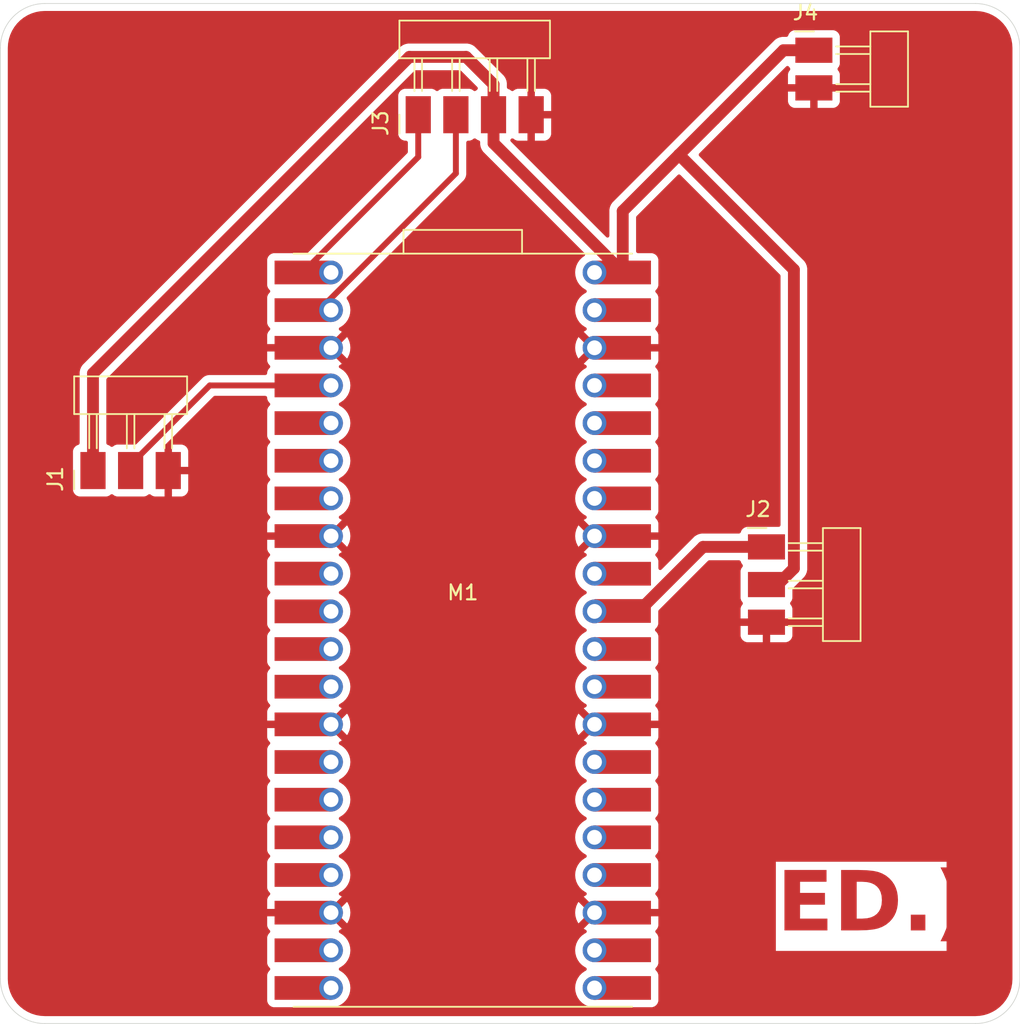
<source format=kicad_pcb>
(kicad_pcb (version 20240108) (generator "pcbnew") (generator_version "8.0")
  (layers (0 "F.Cu" signal) (31 "B.Cu" signal) (34 "B.Paste" user) (35 "F.Paste" user) (36 "B.SilkS" user "B.Silkscreen") (37 "F.SilkS" user "F.Silkscreen") (38 "B.Mask" user) (39 "F.Mask" user) (44 "Edge.Cuts" user))
  (net 0 "")
  (net 1 "GP")
  (net 2 "GND")
  (net 3 "PWR")
  (net 4 "ANALOG")
  (net 5 "SCL")
  (net 6 "SDA")
  (footprint "fab:PinHeader_01x03_P2.54mm_Horizontal_SMD" (layer "F.Cu") (at 127.05 95.1 90)
    (property "Reference" "J1" (at -1.524 -2.54 -90) (layer "F.SilkS") (effects (justify left)))
    (property "Value" "Servo")
    (fp_line (start 6.35 -1.27) (end 6.35 6.35) (stroke (width 0.12)) (layer "F.SilkS"))
    (fp_line (start 3.81 -1.27) (end 6.35 -1.27) (stroke (width 0.12)) (layer "F.SilkS"))
    (fp_line (start -1.27 -1.27) (end 0 -1.27) (stroke (width 0.12)) (layer "F.SilkS"))
    (fp_line (start 3.81 -0.254) (end 1.5 -0.254) (stroke (width 0.12)) (layer "F.SilkS"))
    (fp_line (start 3.81 0.254) (end 1.5 0.254) (stroke (width 0.12)) (layer "F.SilkS"))
    (fp_line (start 3.81 2.286) (end 1.5 2.286) (stroke (width 0.12)) (layer "F.SilkS"))
    (fp_line (start 3.81 2.794) (end 1.5 2.794) (stroke (width 0.12)) (layer "F.SilkS"))
    (fp_line (start 3.81 4.826) (end 1.5 4.826) (stroke (width 0.12)) (layer "F.SilkS"))
    (fp_line (start 3.81 5.334) (end 1.5 5.334) (stroke (width 0.12)) (layer "F.SilkS"))
    (fp_line (start 6.35 6.35) (end 3.81 6.35) (stroke (width 0.12)) (layer "F.SilkS"))
    (fp_line (start 3.81 6.35) (end 3.81 -1.27) (stroke (width 0.12)) (layer "F.SilkS"))
    (pad "1" smd rect (at 0 0 90) (size 2.5 1.7) (layers "F.Cu" "F.Paste" "F.Mask") (net 3 "PWR"))
    (pad "2" smd rect (at 0 2.54 90) (size 2.5 1.7) (layers "F.Cu" "F.Paste" "F.Mask") (net 1 "GP"))
    (pad "3" smd rect (at 0 5.08 90) (size 2.5 1.7) (layers "F.Cu" "F.Paste" "F.Mask") (net 2 "GND"))
  )
  (footprint "fab:PinHeader_01x03_P2.54mm_Horizontal_SMD" (layer "F.Cu") (at 172.5 100.25)
    (property "Reference" "J2" (at -1.524 -2.54 180) (layer "F.SilkS") (effects (justify left)))
    (property "Value" "Mic")
    (fp_line (start -1.27 -1.27) (end 0 -1.27) (stroke (width 0.12)) (layer "F.SilkS"))
    (fp_line (start 3.81 -1.27) (end 6.35 -1.27) (stroke (width 0.12)) (layer "F.SilkS"))
    (fp_line (start 3.81 -0.254) (end 1.5 -0.254) (stroke (width 0.12)) (layer "F.SilkS"))
    (fp_line (start 3.81 0.254) (end 1.5 0.254) (stroke (width 0.12)) (layer "F.SilkS"))
    (fp_line (start 3.81 2.286) (end 1.5 2.286) (stroke (width 0.12)) (layer "F.SilkS"))
    (fp_line (start 3.81 2.794) (end 1.5 2.794) (stroke (width 0.12)) (layer "F.SilkS"))
    (fp_line (start 3.81 4.826) (end 1.5 4.826) (stroke (width 0.12)) (layer "F.SilkS"))
    (fp_line (start 3.81 5.334) (end 1.5 5.334) (stroke (width 0.12)) (layer "F.SilkS"))
    (fp_line (start 3.81 6.35) (end 3.81 -1.27) (stroke (width 0.12)) (layer "F.SilkS"))
    (fp_line (start 6.35 -1.27) (end 6.35 6.35) (stroke (width 0.12)) (layer "F.SilkS"))
    (fp_line (start 6.35 6.35) (end 3.81 6.35) (stroke (width 0.12)) (layer "F.SilkS"))
    (pad "1" smd rect (at 0 0) (size 2.5 1.7) (layers "F.Cu" "F.Paste" "F.Mask") (net 4 "ANALOG"))
    (pad "2" smd rect (at 0 2.54) (size 2.5 1.7) (layers "F.Cu" "F.Paste" "F.Mask") (net 3 "PWR"))
    (pad "3" smd rect (at 0 5.08) (size 2.5 1.7) (layers "F.Cu" "F.Paste" "F.Mask") (net 2 "GND"))
  )
  (footprint "fab:PinHeader_01x04_P2.54mm_Horizontal_SMD" (layer "F.Cu") (at 149 71.1 90)
    (property "Reference" "J3" (at -1.524 -2.54 -90) (layer "F.SilkS") (effects (justify left)))
    (property "Value" "OLED")
    (fp_line (start 6.35 -1.27) (end 6.35 8.89) (stroke (width 0.12)) (layer "F.SilkS"))
    (fp_line (start 3.81 -1.27) (end 6.35 -1.27) (stroke (width 0.12)) (layer "F.SilkS"))
    (fp_line (start -1.27 -1.27) (end 0 -1.27) (stroke (width 0.12)) (layer "F.SilkS"))
    (fp_line (start 3.81 -0.254) (end 1.6 -0.254) (stroke (width 0.12)) (layer "F.SilkS"))
    (fp_line (start 3.81 0.254) (end 1.6 0.254) (stroke (width 0.12)) (layer "F.SilkS"))
    (fp_line (start 3.81 2.286) (end 1.6 2.286) (stroke (width 0.12)) (layer "F.SilkS"))
    (fp_line (start 3.81 2.794) (end 1.6 2.794) (stroke (width 0.12)) (layer "F.SilkS"))
    (fp_line (start 3.81 4.826) (end 1.6 4.826) (stroke (width 0.12)) (layer "F.SilkS"))
    (fp_line (start 3.81 5.334) (end 1.6 5.334) (stroke (width 0.12)) (layer "F.SilkS"))
    (fp_line (start 3.81 7.366) (end 1.6 7.366) (stroke (width 0.12)) (layer "F.SilkS"))
    (fp_line (start 3.81 7.874) (end 1.6 7.874) (stroke (width 0.12)) (layer "F.SilkS"))
    (fp_line (start 6.35 8.89) (end 3.81 8.89) (stroke (width 0.12)) (layer "F.SilkS"))
    (fp_line (start 3.81 8.89) (end 3.81 -1.27) (stroke (width 0.12)) (layer "F.SilkS"))
    (pad "1" smd rect (at 0 0 90) (size 2.5 1.7) (layers "F.Cu" "F.Paste" "F.Mask") (net 6 "SDA"))
    (pad "2" smd rect (at 0 2.54 90) (size 2.5 1.7) (layers "F.Cu" "F.Paste" "F.Mask") (net 5 "SCL"))
    (pad "3" smd rect (at 0 5.08 90) (size 2.5 1.7) (layers "F.Cu" "F.Paste" "F.Mask") (net 3 "PWR"))
    (pad "4" smd rect (at 0 7.62 90) (size 2.5 1.7) (layers "F.Cu" "F.Paste" "F.Mask") (net 2 "GND"))
  )
  (footprint "fab:RaspberryPi_PicoW_Combined" (layer "F.Cu") (at 152.005 105.87)
    (property "Reference" "M1" (at 0.0025 -2.54 0) (layer "F.SilkS"))
    (property "Value" "Module_RaspberryPi_PicoW_Combined")
    (fp_line (start -11.43 25.4) (end 11.43 25.4) (stroke (width 0.12)) (layer "F.SilkS"))
    (fp_line (start -4 -27) (end 4 -27) (stroke (width 0.12)) (layer "F.SilkS"))
    (fp_line (start -4 -25.4) (end -4 -27) (stroke (width 0.12)) (layer "F.SilkS"))
    (fp_line (start 4 -27) (end 4 -25.4) (stroke (width 0.12)) (layer "F.SilkS"))
    (fp_line (start 8.89 -25.4) (end -11.43 -25.4) (stroke (width 0.12)) (layer "F.SilkS"))
    (fp_line (start 11.43 -25.4) (end 8.89 -25.4) (stroke (width 0.12)) (layer "F.SilkS"))
    (pad "1" smd rect (at -10.795 -24.13) (size 3.81 1.6) (layers "F.Cu" "F.Paste" "F.Mask") (net 6 "SDA"))
    (pad "1" thru_hole circle (at -8.89 -24.13) (size 1.6 1.6) (drill 1) (layers "*.Cu" "*.Mask") (net 6 "SDA"))
    (pad "2" smd rect (at -10.795 -21.59) (size 3.81 1.6) (layers "F.Cu" "F.Paste" "F.Mask") (net 5 "SCL"))
    (pad "2" thru_hole circle (at -8.89 -21.59) (size 1.6 1.6) (drill 1) (layers "*.Cu" "*.Mask") (net 5 "SCL"))
    (pad "3" smd rect (at -10.795 -19.05) (size 3.81 1.6) (layers "F.Cu" "F.Paste" "F.Mask") (net 2 "GND"))
    (pad "3" thru_hole circle (at -8.89 -19.05) (size 1.6 1.6) (drill 1) (layers "*.Cu" "*.Mask") (net 2 "GND"))
    (pad "4" smd rect (at -10.795 -16.51) (size 3.81 1.6) (layers "F.Cu" "F.Paste" "F.Mask") (net 1 "GP"))
    (pad "4" thru_hole circle (at -8.89 -16.51) (size 1.6 1.6) (drill 1) (layers "*.Cu" "*.Mask") (net 1 "GP"))
    (pad "5" smd rect (at -10.795 -13.97) (size 3.81 1.6) (layers "F.Cu" "F.Paste" "F.Mask"))
    (pad "5" thru_hole circle (at -8.89 -13.97) (size 1.6 1.6) (drill 1) (layers "*.Cu" "*.Mask"))
    (pad "6" smd rect (at -10.795 -11.43) (size 3.81 1.6) (layers "F.Cu" "F.Paste" "F.Mask"))
    (pad "6" thru_hole circle (at -8.89 -11.43) (size 1.6 1.6) (drill 1) (layers "*.Cu" "*.Mask"))
    (pad "7" smd rect (at -10.795 -8.89) (size 3.81 1.6) (layers "F.Cu" "F.Paste" "F.Mask"))
    (pad "7" thru_hole circle (at -8.89 -8.89) (size 1.6 1.6) (drill 1) (layers "*.Cu" "*.Mask"))
    (pad "8" smd rect (at -10.795 -6.35) (size 3.81 1.6) (layers "F.Cu" "F.Paste" "F.Mask") (net 2 "GND"))
    (pad "8" thru_hole circle (at -8.89 -6.35) (size 1.6 1.6) (drill 1) (layers "*.Cu" "*.Mask") (net 2 "GND"))
    (pad "9" smd rect (at -10.795 -3.819556) (size 3.81 1.6) (layers "F.Cu" "F.Paste" "F.Mask"))
    (pad "9" thru_hole circle (at -8.89 -3.81) (size 1.6 1.6) (drill 1) (layers "*.Cu" "*.Mask"))
    (pad "10" smd rect (at -10.795 -1.27) (size 3.81 1.6) (layers "F.Cu" "F.Paste" "F.Mask"))
    (pad "10" thru_hole circle (at -8.89 -1.27) (size 1.6 1.6) (drill 1) (layers "*.Cu" "*.Mask"))
    (pad "11" smd rect (at -10.795 1.27) (size 3.81 1.6) (layers "F.Cu" "F.Paste" "F.Mask"))
    (pad "11" thru_hole circle (at -8.89 1.27) (size 1.6 1.6) (drill 1) (layers "*.Cu" "*.Mask"))
    (pad "12" smd rect (at -10.795 3.81) (size 3.81 1.6) (layers "F.Cu" "F.Paste" "F.Mask"))
    (pad "12" thru_hole circle (at -8.89 3.81) (size 1.6 1.6) (drill 1) (layers "*.Cu" "*.Mask"))
    (pad "13" smd rect (at -10.795 6.35) (size 3.81 1.6) (layers "F.Cu" "F.Paste" "F.Mask") (net 2 "GND"))
    (pad "13" thru_hole circle (at -8.89 6.35) (size 1.6 1.6) (drill 1) (layers "*.Cu" "*.Mask") (net 2 "GND"))
    (pad "14" smd rect (at -10.795 8.89) (size 3.81 1.6) (layers "F.Cu" "F.Paste" "F.Mask"))
    (pad "14" thru_hole circle (at -8.89 8.89) (size 1.6 1.6) (drill 1) (layers "*.Cu" "*.Mask"))
    (pad "15" smd rect (at -10.795 11.43) (size 3.81 1.6) (layers "F.Cu" "F.Paste" "F.Mask"))
    (pad "15" thru_hole circle (at -8.89 11.43) (size 1.6 1.6) (drill 1) (layers "*.Cu" "*.Mask"))
    (pad "16" smd rect (at -10.795 13.97) (size 3.81 1.6) (layers "F.Cu" "F.Paste" "F.Mask"))
    (pad "16" thru_hole circle (at -8.89 13.97) (size 1.6 1.6) (drill 1) (layers "*.Cu" "*.Mask"))
    (pad "17" smd rect (at -10.795 16.51) (size 3.81 1.6) (layers "F.Cu" "F.Paste" "F.Mask"))
    (pad "17" thru_hole circle (at -8.89 16.51) (size 1.6 1.6) (drill 1) (layers "*.Cu" "*.Mask"))
    (pad "18" smd rect (at -10.795 19.05) (size 3.81 1.6) (layers "F.Cu" "F.Paste" "F.Mask") (net 2 "GND"))
    (pad "18" thru_hole circle (at -8.89 19.05) (size 1.6 1.6) (drill 1) (layers "*.Cu" "*.Mask") (net 2 "GND"))
    (pad "19" smd rect (at -10.795 21.59) (size 3.81 1.6) (layers "F.Cu" "F.Paste" "F.Mask"))
    (pad "19" thru_hole circle (at -8.89 21.59) (size 1.6 1.6) (drill 1) (layers "*.Cu" "*.Mask"))
    (pad "20" smd rect (at -10.795 24.13) (size 3.81 1.6) (layers "F.Cu" "F.Paste" "F.Mask"))
    (pad "20" thru_hole circle (at -8.89 24.13) (size 1.6 1.6) (drill 1) (layers "*.Cu" "*.Mask"))
    (pad "21" thru_hole circle (at 8.89 24.13) (size 1.6 1.6) (drill 1) (layers "*.Cu" "*.Mask"))
    (pad "21" smd rect (at 10.795 24.13) (size 3.81 1.6) (layers "F.Cu" "F.Paste" "F.Mask"))
    (pad "22" thru_hole circle (at 8.89 21.59) (size 1.6 1.6) (drill 1) (layers "*.Cu" "*.Mask"))
    (pad "22" smd rect (at 10.795 21.59) (size 3.81 1.6) (layers "F.Cu" "F.Paste" "F.Mask"))
    (pad "23" thru_hole circle (at 8.89 19.05) (size 1.6 1.6) (drill 1) (layers "*.Cu" "*.Mask") (net 2 "GND"))
    (pad "23" smd rect (at 10.795 19.05) (size 3.81 1.6) (layers "F.Cu" "F.Paste" "F.Mask") (net 2 "GND"))
    (pad "24" thru_hole circle (at 8.89 16.51) (size 1.6 1.6) (drill 1) (layers "*.Cu" "*.Mask"))
    (pad "24" smd rect (at 10.795 16.51) (size 3.81 1.6) (layers "F.Cu" "F.Paste" "F.Mask"))
    (pad "25" thru_hole circle (at 8.89 13.97) (size 1.6 1.6) (drill 1) (layers "*.Cu" "*.Mask"))
    (pad "25" smd rect (at 10.795 13.97) (size 3.81 1.6) (layers "F.Cu" "F.Paste" "F.Mask"))
    (pad "26" thru_hole circle (at 8.89 11.43) (size 1.6 1.6) (drill 1) (layers "*.Cu" "*.Mask"))
    (pad "26" smd rect (at 10.795 11.43) (size 3.81 1.6) (layers "F.Cu" "F.Paste" "F.Mask"))
    (pad "27" thru_hole circle (at 8.89 8.89) (size 1.6 1.6) (drill 1) (layers "*.Cu" "*.Mask"))
    (pad "27" smd rect (at 10.795 8.89) (size 3.81 1.6) (layers "F.Cu" "F.Paste" "F.Mask"))
    (pad "28" thru_hole circle (at 8.89 6.35) (size 1.6 1.6) (drill 1) (layers "*.Cu" "*.Mask") (net 2 "GND"))
    (pad "28" smd rect (at 10.795 6.35) (size 3.81 1.6) (layers "F.Cu" "F.Paste" "F.Mask") (net 2 "GND"))
    (pad "29" thru_hole circle (at 8.89 3.81) (size 1.6 1.6) (drill 1) (layers "*.Cu" "*.Mask"))
    (pad "29" smd rect (at 10.795 3.81) (size 3.81 1.6) (layers "F.Cu" "F.Paste" "F.Mask"))
    (pad "30" thru_hole circle (at 8.89 1.27) (size 1.6 1.6) (drill 1) (layers "*.Cu" "*.Mask"))
    (pad "30" smd rect (at 10.795 1.27) (size 3.81 1.6) (layers "F.Cu" "F.Paste" "F.Mask"))
    (pad "31" thru_hole circle (at 8.89 -1.27) (size 1.6 1.6) (drill 1) (layers "*.Cu" "*.Mask") (net 4 "ANALOG"))
    (pad "31" smd rect (at 10.786443 -1.297864) (size 3.81 1.6) (layers "F.Cu" "F.Paste" "F.Mask") (net 4 "ANALOG"))
    (pad "32" thru_hole circle (at 8.89 -3.81) (size 1.6 1.6) (drill 1) (layers "*.Cu" "*.Mask"))
    (pad "32" smd rect (at 10.795 -3.81) (size 3.81 1.6) (layers "F.Cu" "F.Paste" "F.Mask"))
    (pad "33" thru_hole circle (at 8.89 -6.35) (size 1.6 1.6) (drill 1) (layers "*.Cu" "*.Mask") (net 2 "GND"))
    (pad "33" smd rect (at 10.795 -6.35) (size 3.81 1.6) (layers "F.Cu" "F.Paste" "F.Mask") (net 2 "GND"))
    (pad "34" thru_hole circle (at 8.89 -8.89) (size 1.6 1.6) (drill 1) (layers "*.Cu" "*.Mask"))
    (pad "34" smd rect (at 10.795 -8.89) (size 3.81 1.6) (layers "F.Cu" "F.Paste" "F.Mask"))
    (pad "35" thru_hole circle (at 8.89 -11.43) (size 1.6 1.6) (drill 1) (layers "*.Cu" "*.Mask"))
    (pad "35" smd rect (at 10.795 -11.43) (size 3.81 1.6) (layers "F.Cu" "F.Paste" "F.Mask"))
    (pad "36" thru_hole circle (at 8.89 -13.97) (size 1.6 1.6) (drill 1) (layers "*.Cu" "*.Mask"))
    (pad "36" smd rect (at 10.795 -13.97) (size 3.81 1.6) (layers "F.Cu" "F.Paste" "F.Mask"))
    (pad "37" thru_hole circle (at 8.89 -16.51) (size 1.6 1.6) (drill 1) (layers "*.Cu" "*.Mask"))
    (pad "37" smd rect (at 10.795 -16.51) (size 3.81 1.6) (layers "F.Cu" "F.Paste" "F.Mask"))
    (pad "38" thru_hole circle (at 8.89 -19.05) (size 1.6 1.6) (drill 1) (layers "*.Cu" "*.Mask") (net 2 "GND"))
    (pad "38" smd rect (at 10.795 -19.05) (size 3.81 1.6) (layers "F.Cu" "F.Paste" "F.Mask") (net 2 "GND"))
    (pad "39" thru_hole circle (at 8.89 -21.59) (size 1.6 1.6) (drill 1) (layers "*.Cu" "*.Mask"))
    (pad "39" smd rect (at 10.795 -21.59) (size 3.81 1.6) (layers "F.Cu" "F.Paste" "F.Mask"))
    (pad "40" thru_hole circle (at 8.89 -24.13) (size 1.6 1.6) (drill 1) (layers "*.Cu" "*.Mask") (net 3 "PWR"))
    (pad "40" smd rect (at 10.795 -24.13) (size 3.81 1.6) (layers "F.Cu" "F.Paste" "F.Mask") (net 3 "PWR"))
  )
  (footprint "fab:PinHeader_01x02_P2.54mm_Horizontal_SMD" (layer "F.Cu") (at 175.7 66.75)
    (property "Reference" "J4" (at -1.524 -2.54 180) (layer "F.SilkS") (effects (justify left)))
    (property "Value" "PWR")
    (fp_line (start -1.27 -1.27) (end 0 -1.27) (stroke (width 0.12)) (layer "F.SilkS"))
    (fp_line (start 3.81 -1.27) (end 6.35 -1.27) (stroke (width 0.12)) (layer "F.SilkS"))
    (fp_line (start 3.81 -0.254) (end 1.5 -0.254) (stroke (width 0.12)) (layer "F.SilkS"))
    (fp_line (start 3.81 0.254) (end 1.5 0.254) (stroke (width 0.12)) (layer "F.SilkS"))
    (fp_line (start 3.81 2.286) (end 1.5 2.286) (stroke (width 0.12)) (layer "F.SilkS"))
    (fp_line (start 3.81 2.794) (end 1.5 2.794) (stroke (width 0.12)) (layer "F.SilkS"))
    (fp_line (start 3.81 3.81) (end 3.81 -1.27) (stroke (width 0.12)) (layer "F.SilkS"))
    (fp_line (start 6.35 -1.27) (end 6.35 3.81) (stroke (width 0.12)) (layer "F.SilkS"))
    (fp_line (start 6.35 3.81) (end 3.81 3.81) (stroke (width 0.12)) (layer "F.SilkS"))
    (pad "1" smd rect (at 0 0) (size 2.5 1.7) (layers "F.Cu" "F.Paste" "F.Mask") (net 3 "PWR"))
    (pad "2" smd rect (at 0 2.54) (size 2.5 1.7) (layers "F.Cu" "F.Paste" "F.Mask") (net 2 "GND"))
  )
  (gr_line (start 189.6 66.6) (end 189.6 129.4) (stroke (width 0.05)) (layer "Edge.Cuts"))
  (gr_arc (start 123.8 132.4) (mid 121.67868 131.52132) (end 120.8 129.4) (stroke (width 0.05)) (layer "Edge.Cuts"))
  (gr_line (start 186.6 132.4) (end 123.8 132.4) (stroke (width 0.05)) (layer "Edge.Cuts"))
  (gr_line (start 120.8 129.4) (end 120.8 66.6) (stroke (width 0.05)) (layer "Edge.Cuts"))
  (gr_line (start 123.8 63.6) (end 186.6 63.6) (stroke (width 0.05)) (layer "Edge.Cuts"))
  (gr_arc (start 120.8 66.6) (mid 121.67868 64.47868) (end 123.8 63.6) (stroke (width 0.05)) (layer "Edge.Cuts"))
  (gr_arc (start 189.6 129.4) (mid 188.72132 131.52132) (end 186.6 132.4) (stroke (width 0.05)) (layer "Edge.Cuts"))
  (gr_arc (start 186.6 63.6) (mid 188.72132 64.47868) (end 189.6 66.6) (stroke (width 0.05)) (layer "Edge.Cuts"))
  (gr_text "ED.)" (at 173.2 126.8 0) (layer "F.Cu") (effects (font (size 4 4) (thickness 0.6)) (justify left bottom)))
  (segment (start 129.59 94.7) (end 134.93 89.36) (width 0.4) (layer "F.Cu") (net 1))
  (segment (start 129.59 95.1) (end 129.59 94.7) (width 0.4) (layer "F.Cu") (net 1))
  (segment (start 134.93 89.36) (end 141.21 89.36) (width 0.4) (layer "F.Cu") (net 1))
  (segment (start 173.26 102.79) (end 174.35 101.7) (width 0.8) (layer "F.Cu") (net 3))
  (segment (start 174.35 101.7) (end 174.35 81.55) (width 0.8) (layer "F.Cu") (net 3))
  (segment (start 175.7 66.75) (end 173.65 66.75) (width 0.8) (layer "F.Cu") (net 3))
  (segment (start 152.23 67.2) (end 154.08 69.05) (width 0.8) (layer "F.Cu") (net 3))
  (segment (start 174.35 81.55) (end 166.6 73.8) (width 0.8) (layer "F.Cu") (net 3))
  (segment (start 154.08 69.05) (end 154.08 71.1) (width 0.8) (layer "F.Cu") (net 3))
  (segment (start 154.08 73.02) (end 162.8 81.74) (width 0.8) (layer "F.Cu") (net 3))
  (segment (start 166.6 73.8) (end 162.8 77.6) (width 0.8) (layer "F.Cu") (net 3))
  (segment (start 162.8 77.6) (end 162.8 81.74) (width 0.8) (layer "F.Cu") (net 3))
  (segment (start 148.4 67.2) (end 152.23 67.2) (width 0.8) (layer "F.Cu") (net 3))
  (segment (start 172.5 102.79) (end 173.26 102.79) (width 0.8) (layer "F.Cu") (net 3))
  (segment (start 173.65 66.75) (end 169 71.4) (width 0.8) (layer "F.Cu") (net 3))
  (segment (start 127.05 88.55) (end 148.4 67.2) (width 0.8) (layer "F.Cu") (net 3))
  (segment (start 169 71.4) (end 166.6 73.8) (width 0.8) (layer "F.Cu") (net 3))
  (segment (start 154.08 71.1) (end 154.08 73.02) (width 0.8) (layer "F.Cu") (net 3))
  (segment (start 127.05 95.1) (end 127.05 88.55) (width 0.8) (layer "F.Cu") (net 3))
  (segment (start 172.5 100.25) (end 168.218579 100.25) (width 0.8) (layer "F.Cu") (net 4))
  (segment (start 168.218579 100.25) (end 163.896443 104.572136) (width 0.8) (layer "F.Cu") (net 4))
  (segment (start 163.896443 104.572136) (end 162.791443 104.572136) (width 0.8) (layer "F.Cu") (net 4))
  (segment (start 151.54 71.1) (end 151.54 75.055) (width 0.4) (layer "F.Cu") (net 5))
  (segment (start 151.54 75.055) (end 142.315 84.28) (width 0.4) (layer "F.Cu") (net 5))
  (segment (start 142.315 84.28) (end 141.21 84.28) (width 0.4) (layer "F.Cu") (net 5))
  (segment (start 149 71.1) (end 149 73.95) (width 0.4) (layer "F.Cu") (net 6))
  (segment (start 149 73.95) (end 141.21 81.74) (width 0.4) (layer "F.Cu") (net 6))
  (zone (net 2) (net_name "GND") (layer "F.Cu") (connect_pads (clearance 0.5)) (min_thickness 0.25) (fill yes (thermal_gap 0.5) (thermal_bridge_width 0.5))
    (polygon (pts (xy 189.6 63.6) (xy 189.6 132) (xy 189.2 132.4) (xy 120.8 132.4) (xy 120.8 63.6) (xy 124.4 63.6)))
  )
)
</source>
